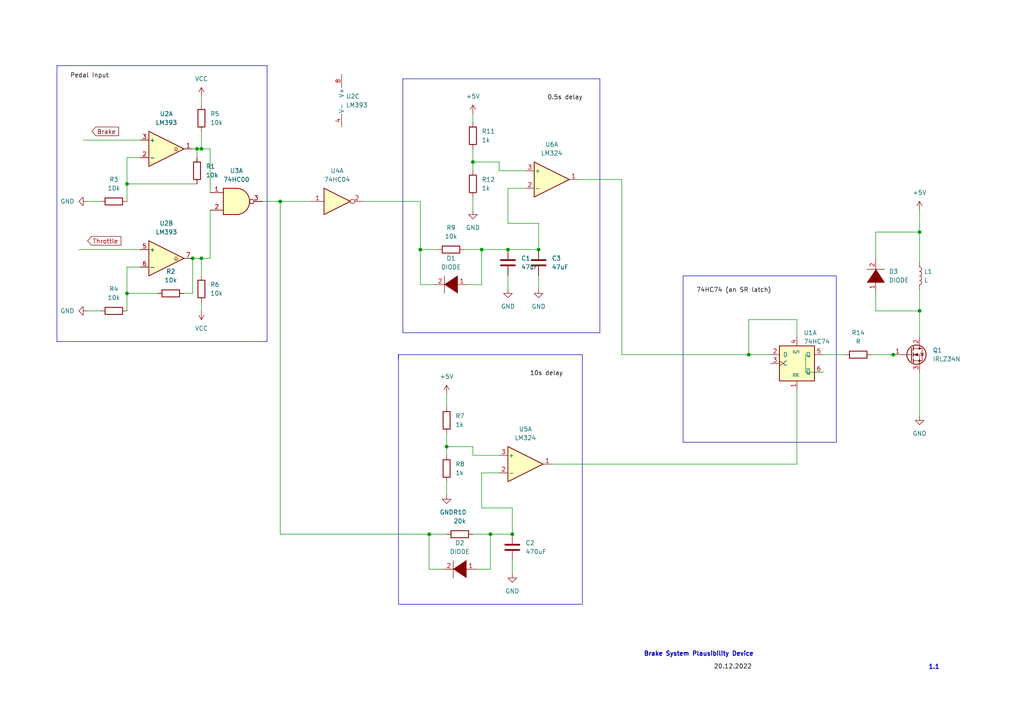
<source format=kicad_sch>
(kicad_sch (version 20230121) (generator eeschema)
  (paper "A4")
  (lib_symbols
    (symbol "74xx:74HC00" (pin_names (offset 1.016))
      (property "Reference" "U" (at 0 1.27 0))
      (property "Value" "74HC00" (at 0 -1.27 0))
      (symbol "74HC00_1_1"
        (arc (start 0 -3.81) (mid 3.7934 0) (end 0 3.81) (stroke (width 0.254)) (fill (type background)))
        (polyline (pts (xy 0 3.81) (xy -3.81 3.81) (xy -3.81 -3.81) (xy 0 -3.81)) (stroke (width 0.254)) (fill (type background)))
        (pin input line (at -7.62 2.54 0) (length 3.81) (name "~") (number "1"))
        (pin input line (at -7.62 -2.54 0) (length 3.81) (name "~") (number "2"))
        (pin output inverted (at 7.62 0 180) (length 3.81) (name "~") (number "3"))
      )
      (symbol "74HC00_1_2"
        (arc (start -3.81 -3.81) (mid -2.589 0) (end -3.81 3.81) (stroke (width 0.254)))
        (arc (start -0.6096 -3.81) (mid 2.1842 -2.5851) (end 3.81 0) (stroke (width 0.254)) (fill (type background)))
        (polyline (pts (xy -3.81 -3.81) (xy -0.635 -3.81)) (stroke (width 0.254)) (fill (type background)))
        (polyline (pts (xy -3.81 3.81) (xy -0.635 3.81)) (stroke (width 0.254)) (fill (type background)))
        (polyline (pts (xy -0.635 3.81) (xy -3.81 3.81) (xy -3.81 3.81) (xy -3.556 3.4036) (xy -3.0226 2.2606) (xy -2.6924 1.0414) (xy -2.6162 -0.254) (xy -2.7686 -1.4986) (xy -3.175 -2.7178) (xy -3.81 -3.81) (xy -3.81 -3.81) (xy -0.635 -3.81)) (stroke (width -25.4)) (fill (type background)))
        (arc (start 3.81 0) (mid 2.1915 2.5936) (end -0.6096 3.81) (stroke (width 0.254)) (fill (type background)))
        (pin input inverted (at -7.62 2.54 0) (length 4.318) (name "~") (number "1"))
        (pin input inverted (at -7.62 -2.54 0) (length 4.318) (name "~") (number "2"))
        (pin output line (at 7.62 0 180) (length 3.81) (name "~") (number "3"))
      )
      (symbol "74HC00_2_1"
        (arc (start 0 -3.81) (mid 3.7934 0) (end 0 3.81) (stroke (width 0.254)) (fill (type background)))
        (polyline (pts (xy 0 3.81) (xy -3.81 3.81) (xy -3.81 -3.81) (xy 0 -3.81)) (stroke (width 0.254)) (fill (type background)))
        (pin input line (at -7.62 2.54 0) (length 3.81) (name "~") (number "4"))
        (pin input line (at -7.62 -2.54 0) (length 3.81) (name "~") (number "5"))
        (pin output inverted (at 7.62 0 180) (length 3.81) (name "~") (number "6"))
      )
      (symbol "74HC00_2_2"
        (arc (start -3.81 -3.81) (mid -2.589 0) (end -3.81 3.81) (stroke (width 0.254)))
        (arc (start -0.6096 -3.81) (mid 2.1842 -2.5851) (end 3.81 0) (stroke (width 0.254)) (fill (type background)))
        (polyline (pts (xy -3.81 -3.81) (xy -0.635 -3.81)) (stroke (width 0.254)) (fill (type background)))
        (polyline (pts (xy -3.81 3.81) (xy -0.635 3.81)) (stroke (width 0.254)) (fill (type background)))
        (polyline (pts (xy -0.635 3.81) (xy -3.81 3.81) (xy -3.81 3.81) (xy -3.556 3.4036) (xy -3.0226 2.2606) (xy -2.6924 1.0414) (xy -2.6162 -0.254) (xy -2.7686 -1.4986) (xy -3.175 -2.7178) (xy -3.81 -3.81) (xy -3.81 -3.81) (xy -0.635 -3.81)) (stroke (width -25.4)) (fill (type background)))
        (arc (start 3.81 0) (mid 2.1915 2.5936) (end -0.6096 3.81) (stroke (width 0.254)) (fill (type background)))
        (pin input inverted (at -7.62 2.54 0) (length 4.318) (name "~") (number "4"))
        (pin input inverted (at -7.62 -2.54 0) (length 4.318) (name "~") (number "5"))
        (pin output line (at 7.62 0 180) (length 3.81) (name "~") (number "6"))
      )
      (symbol "74HC00_3_1"
        (arc (start 0 -3.81) (mid 3.7934 0) (end 0 3.81) (stroke (width 0.254)) (fill (type background)))
        (polyline (pts (xy 0 3.81) (xy -3.81 3.81) (xy -3.81 -3.81) (xy 0 -3.81)) (stroke (width 0.254)) (fill (type background)))
        (pin input line (at -7.62 -2.54 0) (length 3.81) (name "~") (number "10"))
        (pin output inverted (at 7.62 0 180) (length 3.81) (name "~") (number "8"))
        (pin input line (at -7.62 2.54 0) (length 3.81) (name "~") (number "9"))
      )
      (symbol "74HC00_3_2"
        (arc (start -3.81 -3.81) (mid -2.589 0) (end -3.81 3.81) (stroke (width 0.254)))
        (arc (start -0.6096 -3.81) (mid 2.1842 -2.5851) (end 3.81 0) (stroke (width 0.254)) (fill (type background)))
        (polyline (pts (xy -3.81 -3.81) (xy -0.635 -3.81)) (stroke (width 0.254)) (fill (type background)))
        (polyline (pts (xy -3.81 3.81) (xy -0.635 3.81)) (stroke (width 0.254)) (fill (type background)))
        (polyline (pts (xy -0.635 3.81) (xy -3.81 3.81) (xy -3.81 3.81) (xy -3.556 3.4036) (xy -3.0226 2.2606) (xy -2.6924 1.0414) (xy -2.6162 -0.254) (xy -2.7686 -1.4986) (xy -3.175 -2.7178) (xy -3.81 -3.81) (xy -3.81 -3.81) (xy -0.635 -3.81)) (stroke (width -25.4)) (fill (type background)))
        (arc (start 3.81 0) (mid 2.1915 2.5936) (end -0.6096 3.81) (stroke (width 0.254)) (fill (type background)))
        (pin input inverted (at -7.62 -2.54 0) (length 4.318) (name "~") (number "10"))
        (pin output line (at 7.62 0 180) (length 3.81) (name "~") (number "8"))
        (pin input inverted (at -7.62 2.54 0) (length 4.318) (name "~") (number "9"))
      )
      (symbol "74HC00_4_1"
        (arc (start 0 -3.81) (mid 3.7934 0) (end 0 3.81) (stroke (width 0.254)) (fill (type background)))
        (polyline (pts (xy 0 3.81) (xy -3.81 3.81) (xy -3.81 -3.81) (xy 0 -3.81)) (stroke (width 0.254)) (fill (type background)))
        (pin output inverted (at 7.62 0 180) (length 3.81) (name "~") (number "11"))
        (pin input line (at -7.62 2.54 0) (length 3.81) (name "~") (number "12"))
        (pin input line (at -7.62 -2.54 0) (length 3.81) (name "~") (number "13"))
      )
      (symbol "74HC00_4_2"
        (arc (start -3.81 -3.81) (mid -2.589 0) (end -3.81 3.81) (stroke (width 0.254)))
        (arc (start -0.6096 -3.81) (mid 2.1842 -2.5851) (end 3.81 0) (stroke (width 0.254)) (fill (type background)))
        (polyline (pts (xy -3.81 -3.81) (xy -0.635 -3.81)) (stroke (width 0.254)) (fill (type background)))
        (polyline (pts (xy -3.81 3.81) (xy -0.635 3.81)) (stroke (width 0.254)) (fill (type background)))
        (polyline (pts (xy -0.635 3.81) (xy -3.81 3.81) (xy -3.81 3.81) (xy -3.556 3.4036) (xy -3.0226 2.2606) (xy -2.6924 1.0414) (xy -2.6162 -0.254) (xy -2.7686 -1.4986) (xy -3.175 -2.7178) (xy -3.81 -3.81) (xy -3.81 -3.81) (xy -0.635 -3.81)) (stroke (width -25.4)) (fill (type background)))
        (arc (start 3.81 0) (mid 2.1915 2.5936) (end -0.6096 3.81) (stroke (width 0.254)) (fill (type background)))
        (pin output line (at 7.62 0 180) (length 3.81) (name "~") (number "11"))
        (pin input inverted (at -7.62 2.54 0) (length 4.318) (name "~") (number "12"))
        (pin input inverted (at -7.62 -2.54 0) (length 4.318) (name "~") (number "13"))
      )
      (symbol "74HC00_5_0"
        (pin power_in line (at 0 12.7 270) (length 5.08) (name "VCC") (number "14"))
        (pin power_in line (at 0 -12.7 90) (length 5.08) (name "GND") (number "7"))
      )
      (symbol "74HC00_5_1"
        (rectangle (start -5.08 7.62) (end 5.08 -7.62) (stroke (width 0.254)) (fill (type background)))
      )
    )
    (symbol "74xx:74HC04"
      (property "Reference" "U" (at 0 1.27 0))
      (property "Value" "74HC04" (at 0 -1.27 0))
      (symbol "74HC04_1_0"
        (polyline (pts (xy -3.81 3.81) (xy -3.81 -3.81) (xy 3.81 0) (xy -3.81 3.81)) (stroke (width 0.254)) (fill (type background)))
        (pin input line (at -7.62 0 0) (length 3.81) (name "~") (number "1"))
        (pin output inverted (at 7.62 0 180) (length 3.81) (name "~") (number "2"))
      )
      (symbol "74HC04_2_0"
        (polyline (pts (xy -3.81 3.81) (xy -3.81 -3.81) (xy 3.81 0) (xy -3.81 3.81)) (stroke (width 0.254)) (fill (type background)))
        (pin input line (at -7.62 0 0) (length 3.81) (name "~") (number "3"))
        (pin output inverted (at 7.62 0 180) (length 3.81) (name "~") (number "4"))
      )
      (symbol "74HC04_3_0"
        (polyline (pts (xy -3.81 3.81) (xy -3.81 -3.81) (xy 3.81 0) (xy -3.81 3.81)) (stroke (width 0.254)) (fill (type background)))
        (pin input line (at -7.62 0 0) (length 3.81) (name "~") (number "5"))
        (pin output inverted (at 7.62 0 180) (length 3.81) (name "~") (number "6"))
      )
      (symbol "74HC04_4_0"
        (polyline (pts (xy -3.81 3.81) (xy -3.81 -3.81) (xy 3.81 0) (xy -3.81 3.81)) (stroke (width 0.254)) (fill (type background)))
        (pin output inverted (at 7.62 0 180) (length 3.81) (name "~") (number "8"))
        (pin input line (at -7.62 0 0) (length 3.81) (name "~") (number "9"))
      )
      (symbol "74HC04_5_0"
        (polyline (pts (xy -3.81 3.81) (xy -3.81 -3.81) (xy 3.81 0) (xy -3.81 3.81)) (stroke (width 0.254)) (fill (type background)))
        (pin output inverted (at 7.62 0 180) (length 3.81) (name "~") (number "10"))
        (pin input line (at -7.62 0 0) (length 3.81) (name "~") (number "11"))
      )
      (symbol "74HC04_6_0"
        (polyline (pts (xy -3.81 3.81) (xy -3.81 -3.81) (xy 3.81 0) (xy -3.81 3.81)) (stroke (width 0.254)) (fill (type background)))
        (pin output inverted (at 7.62 0 180) (length 3.81) (name "~") (number "12"))
        (pin input line (at -7.62 0 0) (length 3.81) (name "~") (number "13"))
      )
      (symbol "74HC04_7_0"
        (pin power_in line (at 0 12.7 270) (length 5.08) (name "VCC") (number "14"))
        (pin power_in line (at 0 -12.7 90) (length 5.08) (name "GND") (number "7"))
      )
      (symbol "74HC04_7_1"
        (rectangle (start -5.08 7.62) (end 5.08 -7.62) (stroke (width 0.254)) (fill (type background)))
      )
    )
    (symbol "74xx:74HC74" (pin_names (offset 1.016))
      (property "Reference" "U" (at -7.62 8.89 0))
      (property "Value" "74HC74" (at -7.62 -8.89 0))
      (symbol "74HC74_1_0"
        (pin input line (at 0 -7.62 90) (length 2.54) (name "~{R}") (number "1"))
        (pin input line (at -7.62 2.54 0) (length 2.54) (name "D") (number "2"))
        (pin input clock (at -7.62 0 0) (length 2.54) (name "C") (number "3"))
        (pin input line (at 0 7.62 270) (length 2.54) (name "~{S}") (number "4"))
        (pin output line (at 7.62 2.54 180) (length 2.54) (name "Q") (number "5"))
        (pin output line (at 7.62 -2.54 180) (length 2.54) (name "~{Q}") (number "6"))
      )
      (symbol "74HC74_1_1"
        (rectangle (start -5.08 5.08) (end 5.08 -5.08) (stroke (width 0.254)) (fill (type background)))
      )
      (symbol "74HC74_2_0"
        (pin input line (at 0 7.62 270) (length 2.54) (name "~{S}") (number "10"))
        (pin input clock (at -7.62 0 0) (length 2.54) (name "C") (number "11"))
        (pin input line (at -7.62 2.54 0) (length 2.54) (name "D") (number "12"))
        (pin input line (at 0 -7.62 90) (length 2.54) (name "~{R}") (number "13"))
        (pin output line (at 7.62 -2.54 180) (length 2.54) (name "~{Q}") (number "8"))
        (pin output line (at 7.62 2.54 180) (length 2.54) (name "Q") (number "9"))
      )
      (symbol "74HC74_2_1"
        (rectangle (start -5.08 5.08) (end 5.08 -5.08) (stroke (width 0.254)) (fill (type background)))
      )
      (symbol "74HC74_3_0"
        (pin power_in line (at 0 10.16 270) (length 2.54) (name "VCC") (number "14"))
        (pin power_in line (at 0 -10.16 90) (length 2.54) (name "GND") (number "7"))
      )
      (symbol "74HC74_3_1"
        (rectangle (start -5.08 7.62) (end 5.08 -7.62) (stroke (width 0.254)) (fill (type background)))
      )
    )
    (symbol "Amplifier_Operational:LM324" (pin_names (offset 0.127))
      (property "Reference" "U" (at 0 5.08 0))
      (property "Value" "LM324" (at 0 -5.08 0))
      (symbol "LM324_1_1"
        (polyline (pts (xy -5.08 5.08) (xy 5.08 0) (xy -5.08 -5.08) (xy -5.08 5.08)) (stroke (width 0.254)) (fill (type background)))
        (pin output line (at 7.62 0 180) (length 2.54) (name "~") (number "1"))
        (pin input line (at -7.62 -2.54 0) (length 2.54) (name "-") (number "2"))
        (pin input line (at -7.62 2.54 0) (length 2.54) (name "+") (number "3"))
      )
      (symbol "LM324_2_1"
        (polyline (pts (xy -5.08 5.08) (xy 5.08 0) (xy -5.08 -5.08) (xy -5.08 5.08)) (stroke (width 0.254)) (fill (type background)))
        (pin input line (at -7.62 2.54 0) (length 2.54) (name "+") (number "5"))
        (pin input line (at -7.62 -2.54 0) (length 2.54) (name "-") (number "6"))
        (pin output line (at 7.62 0 180) (length 2.54) (name "~") (number "7"))
      )
      (symbol "LM324_3_1"
        (polyline (pts (xy -5.08 5.08) (xy 5.08 0) (xy -5.08 -5.08) (xy -5.08 5.08)) (stroke (width 0.254)) (fill (type background)))
        (pin input line (at -7.62 2.54 0) (length 2.54) (name "+") (number "10"))
        (pin output line (at 7.62 0 180) (length 2.54) (name "~") (number "8"))
        (pin input line (at -7.62 -2.54 0) (length 2.54) (name "-") (number "9"))
      )
      (symbol "LM324_4_1"
        (polyline (pts (xy -5.08 5.08) (xy 5.08 0) (xy -5.08 -5.08) (xy -5.08 5.08)) (stroke (width 0.254)) (fill (type background)))
        (pin input line (at -7.62 2.54 0) (length 2.54) (name "+") (number "12"))
        (pin input line (at -7.62 -2.54 0) (length 2.54) (name "-") (number "13"))
        (pin output line (at 7.62 0 180) (length 2.54) (name "~") (number "14"))
      )
      (symbol "LM324_5_1"
        (pin power_in line (at -2.54 -7.62 90) (length 3.81) (name "V-") (number "11"))
        (pin power_in line (at -2.54 7.62 270) (length 3.81) (name "V+") (number "4"))
      )
    )
    (symbol "Comparator:LM393" (pin_names (offset 0.127))
      (property "Reference" "U" (at 3.81 3.81 0))
      (property "Value" "LM393" (at 6.35 -3.81 0))
      (symbol "LM393_1_1"
        (polyline (pts (xy -5.08 5.08) (xy 5.08 0) (xy -5.08 -5.08) (xy -5.08 5.08)) (stroke (width 0.254)) (fill (type background)))
        (polyline (pts (xy 3.302 -0.508) (xy 2.794 -0.508) (xy 3.302 0) (xy 2.794 0.508) (xy 2.286 0) (xy 2.794 -0.508) (xy 2.286 -0.508)) (stroke (width 0.127)))
        (pin open_collector line (at 7.62 0 180) (length 2.54) (name "~") (number "1"))
        (pin input line (at -7.62 -2.54 0) (length 2.54) (name "-") (number "2"))
        (pin input line (at -7.62 2.54 0) (length 2.54) (name "+") (number "3"))
      )
      (symbol "LM393_2_1"
        (polyline (pts (xy -5.08 5.08) (xy 5.08 0) (xy -5.08 -5.08) (xy -5.08 5.08)) (stroke (width 0.254)) (fill (type background)))
        (polyline (pts (xy 3.302 -0.508) (xy 2.794 -0.508) (xy 3.302 0) (xy 2.794 0.508) (xy 2.286 0) (xy 2.794 -0.508) (xy 2.286 -0.508)) (stroke (width 0.127)))
        (pin input line (at -7.62 2.54 0) (length 2.54) (name "+") (number "5"))
        (pin input line (at -7.62 -2.54 0) (length 2.54) (name "-") (number "6"))
        (pin open_collector line (at 7.62 0 180) (length 2.54) (name "~") (number "7"))
      )
      (symbol "LM393_3_1"
        (pin power_in line (at -2.54 -7.62 90) (length 3.81) (name "V-") (number "4"))
        (pin power_in line (at -2.54 7.62 270) (length 3.81) (name "V+") (number "8"))
      )
    )
    (symbol "Device:C" (pin_numbers hide) (pin_names (offset 0.254))
      (property "Reference" "C" (at 0.635 2.54 0))
      (property "Value" "C" (at 0.635 -2.54 0))
      (symbol "C_0_1"
        (polyline (pts (xy -2.032 -0.762) (xy 2.032 -0.762)) (stroke (width 0.508)))
        (polyline (pts (xy -2.032 0.762) (xy 2.032 0.762)) (stroke (width 0.508)))
      )
      (symbol "C_1_1"
        (pin passive line (at 0 3.81 270) (length 2.794) (name "~") (number "1"))
        (pin passive line (at 0 -3.81 90) (length 2.794) (name "~") (number "2"))
      )
    )
    (symbol "Device:L" (pin_numbers hide) (pin_names (offset 1.016) hide)
      (property "Reference" "L" (at -1.27 0 90))
      (property "Value" "L" (at 1.905 0 90))
      (symbol "L_0_1"
        (arc (start 0 -2.54) (mid 0.6323 -1.905) (end 0 -1.27))
        (arc (start 0 -1.27) (mid 0.6323 -0.635) (end 0 0))
        (arc (start 0 0) (mid 0.6323 0.635) (end 0 1.27))
        (arc (start 0 1.27) (mid 0.6323 1.905) (end 0 2.54))
      )
      (symbol "L_1_1"
        (pin passive line (at 0 3.81 270) (length 1.27) (name "1") (number "1"))
        (pin passive line (at 0 -3.81 90) (length 1.27) (name "2") (number "2"))
      )
    )
    (symbol "Device:R" (pin_numbers hide) (pin_names (offset 0))
      (property "Reference" "R" (at 2.032 0 90))
      (property "Value" "R" (at 0 0 90))
      (symbol "R_0_1"
        (rectangle (start -1.016 -2.54) (end 1.016 2.54) (stroke (width 0.254)))
      )
      (symbol "R_1_1"
        (pin passive line (at 0 3.81 270) (length 1.27) (name "~") (number "1"))
        (pin passive line (at 0 -3.81 90) (length 1.27) (name "~") (number "2"))
      )
    )
    (symbol "Transistor_FET:IRLZ34N" (pin_names hide)
      (property "Reference" "Q" (at 6.35 1.905 0))
      (property "Value" "IRLZ34N" (at 6.35 0 0))
      (symbol "IRLZ34N_0_1"
        (polyline (pts (xy 0.254 0) (xy -2.54 0)))
        (polyline (pts (xy 0.254 1.905) (xy 0.254 -1.905)) (stroke (width 0.254)))
        (polyline (pts (xy 0.762 -1.27) (xy 0.762 -2.286)) (stroke (width 0.254)))
        (polyline (pts (xy 0.762 0.508) (xy 0.762 -0.508)) (stroke (width 0.254)))
        (polyline (pts (xy 0.762 2.286) (xy 0.762 1.27)) (stroke (width 0.254)))
        (polyline (pts (xy 2.54 2.54) (xy 2.54 1.778)))
        (polyline (pts (xy 2.54 -2.54) (xy 2.54 0) (xy 0.762 0)))
        (polyline (pts (xy 0.762 -1.778) (xy 3.302 -1.778) (xy 3.302 1.778) (xy 0.762 1.778)))
        (polyline (pts (xy 1.016 0) (xy 2.032 0.381) (xy 2.032 -0.381) (xy 1.016 0)) (fill (type outline)))
        (polyline (pts (xy 2.794 0.508) (xy 2.921 0.381) (xy 3.683 0.381) (xy 3.81 0.254)))
        (polyline (pts (xy 3.302 0.381) (xy 2.921 -0.254) (xy 3.683 -0.254) (xy 3.302 0.381)))
        (circle (center 1.651 0) (radius 2.794) (stroke (width 0.254)))
        (circle (center 2.54 -1.778) (radius 0.254) (fill (type outline)))
        (circle (center 2.54 1.778) (radius 0.254) (fill (type outline)))
      )
      (symbol "IRLZ34N_1_1"
        (pin input line (at -5.08 0 0) (length 2.54) (name "G") (number "1"))
        (pin passive line (at 2.54 5.08 270) (length 2.54) (name "D") (number "2"))
        (pin passive line (at 2.54 -5.08 90) (length 2.54) (name "S") (number "3"))
      )
    )
    (symbol "power:+5V" (power) (pin_names (offset 0))
      (property "Value" "+5V" (at 0 3.556 0))
      (symbol "+5V_0_1"
        (polyline (pts (xy -0.762 1.27) (xy 0 2.54)))
        (polyline (pts (xy 0 0) (xy 0 2.54)))
        (polyline (pts (xy 0 2.54) (xy 0.762 1.27)))
      )
      (symbol "+5V_1_1"
        (pin power_in line (at 0 0 90) (length 0) hide (name "+5V") (number "1"))
      )
    )
    (symbol "power:GND" (power) (pin_names (offset 0))
      (property "Value" "GND" (at 0 -3.81 0))
      (symbol "GND_0_1"
        (polyline (pts (xy 0 0) (xy 0 -1.27) (xy 1.27 -1.27) (xy 0 -2.54) (xy -1.27 -1.27) (xy 0 -1.27)))
      )
      (symbol "GND_1_1"
        (pin power_in line (at 0 0 270) (length 0) hide (name "GND") (number "1"))
      )
    )
    (symbol "power:VCC" (power) (pin_names (offset 0))
      (property "Value" "VCC" (at 0 3.81 0))
      (symbol "VCC_0_1"
        (polyline (pts (xy -0.762 1.27) (xy 0 2.54)))
        (polyline (pts (xy 0 0) (xy 0 2.54)))
        (polyline (pts (xy 0 2.54) (xy 0.762 1.27)))
      )
      (symbol "VCC_1_1"
        (pin power_in line (at 0 0 90) (length 0) hide (name "VCC") (number "1"))
      )
    )
    (symbol "pspice:DIODE" (pin_names (offset 1.016) hide)
      (property "Reference" "D" (at 0 3.81 0))
      (property "Value" "DIODE" (at 0 -4.445 0))
      (symbol "DIODE_0_1"
        (polyline (pts (xy 1.905 2.54) (xy 1.905 -2.54)))
        (polyline (pts (xy -1.905 2.54) (xy -1.905 -2.54) (xy 1.905 0)) (fill (type outline)))
      )
      (symbol "DIODE_1_1"
        (pin input line (at -5.08 0 0) (length 3.81) (name "K") (number "1"))
        (pin input line (at 5.08 0 180) (length 3.81) (name "A") (number "2"))
      )
    )
  )
  (junction (at 259.08 102.87))
  (junction (at 57.15 43.18))
  (junction (at 36.83 53.34))
  (junction (at 147.32 72.39))
  (junction (at 148.59 154.94))
  (junction (at 156.21 72.39))
  (junction (at 121.92 72.39))
  (junction (at 217.17 102.87))
  (junction (at 58.42 74.93))
  (junction (at 129.54 129.54))
  (junction (at 266.7 67.31))
  (junction (at 55.88 74.93))
  (junction (at 36.83 85.09))
  (junction (at 81.28 58.42))
  (junction (at 142.24 154.94))
  (junction (at 124.46 154.94))
  (junction (at 58.42 43.18))
  (junction (at 139.7 72.39))
  (junction (at 266.7 90.17))
  (junction (at 137.16 46.99))
  (wire (pts (xy 148.59 147.32) (xy 139.7 147.32)))
  (wire (pts (xy 266.7 67.31) (xy 266.7 76.2)))
  (wire (pts (xy 29.21 58.42) (xy 25.4 58.42)))
  (polyline (pts (xy 77.47 19.05) (xy 16.51 19.05)))
  (wire (pts (xy 180.34 102.87) (xy 217.17 102.87)))
  (wire (pts (xy 259.08 102.87) (xy 260.35 102.87)))
  (wire (pts (xy 137.16 46.99) (xy 144.78 46.99)))
  (polyline (pts (xy 168.91 102.87) (xy 115.57 102.87)))
  (wire (pts (xy 128.27 165.1) (xy 124.46 165.1)))
  (wire (pts (xy 180.34 52.07) (xy 180.34 102.87)))
  (wire (pts (xy 57.15 43.18) (xy 57.15 45.72)))
  (wire (pts (xy 160.02 134.62) (xy 231.14 134.62)))
  (wire (pts (xy 36.83 45.72) (xy 40.64 45.72)))
  (wire (pts (xy 125.73 82.55) (xy 121.92 82.55)))
  (wire (pts (xy 148.59 154.94) (xy 148.59 147.32)))
  (wire (pts (xy 58.42 74.93) (xy 58.42 80.01)))
  (polyline (pts (xy 198.12 80.01) (xy 242.57 80.01)))
  (polyline (pts (xy 115.57 102.87) (xy 115.57 175.26)))
  (polyline (pts (xy 116.84 22.86) (xy 116.84 96.52)))
  (polyline (pts (xy 198.12 128.27) (xy 198.12 80.01)))
  (wire (pts (xy 252.73 102.87) (xy 259.08 102.87)))
  (wire (pts (xy 147.32 64.77) (xy 147.32 54.61)))
  (wire (pts (xy 233.68 107.95) (xy 233.68 102.87)))
  (wire (pts (xy 217.17 102.87) (xy 223.52 102.87)))
  (polyline (pts (xy 242.57 80.01) (xy 242.57 128.27)))
  (wire (pts (xy 137.16 46.99) (xy 137.16 49.53)))
  (wire (pts (xy 137.16 43.18) (xy 137.16 46.99)))
  (polyline (pts (xy 116.84 96.52) (xy 173.99 96.52)))
  (wire (pts (xy 60.96 43.18) (xy 60.96 55.88)))
  (wire (pts (xy 24.13 40.64) (xy 40.64 40.64)))
  (polyline (pts (xy 16.51 19.05) (xy 16.51 99.06)))
  (wire (pts (xy 139.7 72.39) (xy 139.7 82.55)))
  (wire (pts (xy 124.46 165.1) (xy 124.46 154.94)))
  (wire (pts (xy 129.54 114.3) (xy 129.54 118.11)))
  (wire (pts (xy 129.54 129.54) (xy 129.54 132.08)))
  (wire (pts (xy 81.28 154.94) (xy 81.28 58.42)))
  (wire (pts (xy 238.76 102.87) (xy 245.11 102.87)))
  (wire (pts (xy 129.54 125.73) (xy 129.54 129.54)))
  (wire (pts (xy 36.83 77.47) (xy 40.64 77.47)))
  (wire (pts (xy 58.42 90.17) (xy 58.42 87.63)))
  (wire (pts (xy 139.7 137.16) (xy 144.78 137.16)))
  (wire (pts (xy 139.7 72.39) (xy 147.32 72.39)))
  (wire (pts (xy 36.83 53.34) (xy 36.83 58.42)))
  (wire (pts (xy 142.24 154.94) (xy 142.24 165.1)))
  (wire (pts (xy 60.96 60.96) (xy 60.96 74.93)))
  (wire (pts (xy 55.88 74.93) (xy 58.42 74.93)))
  (wire (pts (xy 254 85.09) (xy 254 90.17)))
  (wire (pts (xy 156.21 72.39) (xy 156.21 64.77)))
  (wire (pts (xy 105.41 58.42) (xy 121.92 58.42)))
  (polyline (pts (xy 115.57 102.87) (xy 115.57 104.14)))
  (wire (pts (xy 266.7 90.17) (xy 266.7 97.79)))
  (wire (pts (xy 29.21 90.17) (xy 25.4 90.17)))
  (wire (pts (xy 266.7 67.31) (xy 254 67.31)))
  (wire (pts (xy 156.21 80.01) (xy 156.21 83.82)))
  (wire (pts (xy 137.16 154.94) (xy 142.24 154.94)))
  (wire (pts (xy 129.54 139.7) (xy 129.54 143.51)))
  (wire (pts (xy 156.21 64.77) (xy 147.32 64.77)))
  (wire (pts (xy 231.14 92.71) (xy 217.17 92.71)))
  (polyline (pts (xy 115.57 175.26) (xy 168.91 175.26)))
  (wire (pts (xy 139.7 82.55) (xy 135.89 82.55)))
  (wire (pts (xy 121.92 58.42) (xy 121.92 72.39)))
  (wire (pts (xy 53.34 85.09) (xy 55.88 85.09)))
  (wire (pts (xy 137.16 33.02) (xy 137.16 35.56)))
  (wire (pts (xy 124.46 154.94) (xy 129.54 154.94)))
  (polyline (pts (xy 242.57 128.27) (xy 198.12 128.27)))
  (wire (pts (xy 139.7 147.32) (xy 139.7 137.16)))
  (polyline (pts (xy 173.99 22.86) (xy 116.84 22.86)))
  (wire (pts (xy 58.42 38.1) (xy 58.42 43.18)))
  (wire (pts (xy 144.78 46.99) (xy 144.78 49.53)))
  (wire (pts (xy 147.32 54.61) (xy 152.4 54.61)))
  (wire (pts (xy 57.15 53.34) (xy 36.83 53.34)))
  (wire (pts (xy 231.14 97.79) (xy 231.14 92.71)))
  (wire (pts (xy 137.16 57.15) (xy 137.16 60.96)))
  (wire (pts (xy 58.42 27.94) (xy 58.42 30.48)))
  (wire (pts (xy 129.54 129.54) (xy 137.16 129.54)))
  (wire (pts (xy 144.78 49.53) (xy 152.4 49.53)))
  (wire (pts (xy 81.28 154.94) (xy 124.46 154.94)))
  (wire (pts (xy 148.59 162.56) (xy 148.59 166.37)))
  (wire (pts (xy 137.16 132.08) (xy 144.78 132.08)))
  (wire (pts (xy 147.32 72.39) (xy 156.21 72.39)))
  (wire (pts (xy 121.92 82.55) (xy 121.92 72.39)))
  (wire (pts (xy 217.17 92.71) (xy 217.17 102.87)))
  (wire (pts (xy 180.34 52.07) (xy 167.64 52.07)))
  (wire (pts (xy 22.86 72.39) (xy 40.64 72.39)))
  (wire (pts (xy 254 90.17) (xy 266.7 90.17)))
  (polyline (pts (xy 173.99 96.52) (xy 173.99 22.86)))
  (wire (pts (xy 36.83 53.34) (xy 36.83 45.72)))
  (wire (pts (xy 147.32 80.01) (xy 147.32 83.82)))
  (wire (pts (xy 266.7 107.95) (xy 266.7 120.65)))
  (wire (pts (xy 254 67.31) (xy 254 74.93)))
  (wire (pts (xy 266.7 83.82) (xy 266.7 90.17)))
  (wire (pts (xy 55.88 43.18) (xy 57.15 43.18)))
  (wire (pts (xy 266.7 60.96) (xy 266.7 67.31)))
  (polyline (pts (xy 77.47 99.06) (xy 77.47 19.05)))
  (wire (pts (xy 57.15 43.18) (xy 58.42 43.18)))
  (wire (pts (xy 55.88 85.09) (xy 55.88 74.93)))
  (wire (pts (xy 231.14 134.62) (xy 231.14 113.03)))
  (wire (pts (xy 134.62 72.39) (xy 139.7 72.39)))
  (wire (pts (xy 238.76 107.95) (xy 233.68 107.95)))
  (wire (pts (xy 58.42 74.93) (xy 60.96 74.93)))
  (wire (pts (xy 142.24 165.1) (xy 138.43 165.1)))
  (wire (pts (xy 81.28 58.42) (xy 90.17 58.42)))
  (wire (pts (xy 142.24 154.94) (xy 148.59 154.94)))
  (wire (pts (xy 36.83 85.09) (xy 36.83 77.47)))
  (wire (pts (xy 137.16 129.54) (xy 137.16 132.08)))
  (wire (pts (xy 36.83 85.09) (xy 36.83 90.17)))
  (wire (pts (xy 45.72 85.09) (xy 36.83 85.09)))
  (wire (pts (xy 76.2 58.42) (xy 81.28 58.42)))
  (wire (pts (xy 58.42 43.18) (xy 60.96 43.18)))
  (wire (pts (xy 121.92 72.39) (xy 127 72.39)))
  (polyline (pts (xy 168.91 175.26) (xy 168.91 102.87)))
  (polyline (pts (xy 16.51 99.06) (xy 77.47 99.06)))
  (text "Brake System Plausibility Device" (at 186.69 190.5 0) (effects (font (size 1.27 1.27) (thickness 0.254) bold) (justify left bottom)))
  (text "1.1" (at 269.24 194.31 0) (effects (font (size 1.27 1.27) bold) (justify left bottom)))
  (label "74HC74 (an SR latch)" (at 201.93 85.09 0))
  (label "0.5s delay" (at 158.75 29.21 0))
  (label "Pedal Input" (at 20.32 22.86 0))
  (label "10s delay" (at 153.67 109.22 0))
  (label "20.12.2022" (at 207.01 194.31 0))
  (global_label "Brake" (shape input) (at 26.67 38.1 0) (property "Intersheetrefs" "${INTERSHEET_REFS}" (effects hide)))
  (global_label "Throttle" (shape input) (at 25.4 69.85 0) (property "Intersheetrefs" "${INTERSHEET_REFS}" (effects hide)))
  (symbol (lib_id "Device:R") (at 33.02 90.17 270) (unit 1)
    (property "Reference" "R4" (at 33.02 83.82 90))
    (property "Value" "10k" (at 33.02 86.36 90))
    (property "Footprint" "Resistor_SMD:R_0201_0603Metric" (effects hide))
  )
  (symbol (lib_id "power:GND") (at 266.7 120.65 0) (unit 1)
    (property "Reference" "#PWR0115" (effects hide))
    (property "Value" "GND" (at 266.7 125.73 0))
  )
  (symbol (lib_id "Device:R") (at 129.54 121.92 0) (unit 1)
    (property "Reference" "R7" (at 132.08 120.6499 0) (effects (justify left)))
    (property "Value" "1k" (at 132.08 123.1899 0) (effects (justify left)))
    (property "Footprint" "Resistor_SMD:R_0201_0603Metric" (effects hide))
  )
  (symbol (lib_id "power:GND") (at 25.4 90.17 270) (unit 1)
    (property "Reference" "#PWR0106" (effects hide))
    (property "Value" "GND" (at 21.59 90.1699 90) (effects (justify right)))
  )
  (symbol (lib_id "Transistor_FET:IRLZ34N") (at 264.16 102.87 0) (unit 1)
    (property "Reference" "Q1" (at 270.51 101.5999 0) (effects (justify left)))
    (property "Value" "IRLZ34N" (at 270.51 104.1399 0) (effects (justify left)))
    (property "Footprint" "Resistor_SMD:R_0201_0603Metric" (effects hide))
    (property "Datasheet" "http://www.infineon.com/dgdl/irlz34npbf.pdf?fileId=5546d462533600a40153567206892720" (effects hide))
  )
  (symbol (lib_id "power:VCC") (at 58.42 27.94 0) (unit 1)
    (property "Reference" "#PWR0104" (effects hide))
    (property "Value" "VCC" (at 58.42 22.86 0))
  )
  (symbol (lib_id "74xx:74HC00") (at 68.58 58.42 0) (unit 1)
    (property "Reference" "U3" (at 68.58 49.53 0))
    (property "Value" "74HC00" (at 68.58 52.07 0))
    (property "Footprint" "Package_DIP:DIP-14_W7.62mm" (effects hide))
    (property "Datasheet" "http://www.ti.com/lit/gpn/sn74hc00" (effects hide))
  )
  (symbol (lib_id "power:+5V") (at 137.16 33.02 0) (unit 1)
    (property "Reference" "#PWR0112" (effects hide))
    (property "Value" "+5V" (at 137.16 27.94 0))
  )
  (symbol (lib_id "Device:C") (at 156.21 76.2 0) (unit 1)
    (property "Reference" "C3" (at 160.02 74.9299 0) (effects (justify left)))
    (property "Value" "47uF" (at 160.02 77.4699 0) (effects (justify left)))
    (property "Footprint" "Capacitor_SMD:C_0201_0603Metric" (effects hide))
  )
  (symbol (lib_id "Device:R") (at 137.16 53.34 0) (unit 1)
    (property "Reference" "R12" (at 139.7 52.0699 0) (effects (justify left)))
    (property "Value" "1k" (at 139.7 54.6099 0) (effects (justify left)))
    (property "Footprint" "Resistor_SMD:R_0201_0603Metric" (effects hide))
  )
  (symbol (lib_id "Comparator:LM393") (at 101.6 29.21 0) (unit 3)
    (property "Reference" "U2" (at 100.33 27.9399 0) (effects (justify left)))
    (property "Value" "LM393" (at 100.33 30.4799 0) (effects (justify left)))
    (property "Footprint" "Package_DIP:DIP-8-16_W7.62mm" (effects hide))
    (property "Datasheet" "http://www.ti.com/lit/ds/symlink/lm393.pdf" (effects hide))
  )
  (symbol (lib_id "pspice:DIODE") (at 254 80.01 90) (unit 1)
    (property "Reference" "D3" (at 257.81 78.7399 90) (effects (justify right)))
    (property "Value" "DIODE" (at 257.81 81.2799 90) (effects (justify right)))
    (property "Footprint" "Resistor_SMD:R_0201_0603Metric" (effects hide))
  )
  (symbol (lib_id "power:GND") (at 129.54 143.51 0) (unit 1)
    (property "Reference" "#PWR0108" (effects hide))
    (property "Value" "GND" (at 129.54 148.59 0))
  )
  (symbol (lib_id "Device:C") (at 148.59 158.75 0) (unit 1)
    (property "Reference" "C2" (at 152.4 157.4799 0) (effects (justify left)))
    (property "Value" "470uF" (at 152.4 160.0199 0) (effects (justify left)))
    (property "Footprint" "Capacitor_SMD:C_0201_0603Metric" (effects hide))
  )
  (symbol (lib_id "Device:R") (at 129.54 135.89 0) (unit 1)
    (property "Reference" "R8" (at 132.08 134.6199 0) (effects (justify left)))
    (property "Value" "1k" (at 132.08 137.1599 0) (effects (justify left)))
    (property "Footprint" "Resistor_SMD:R_0201_0603Metric" (effects hide))
  )
  (symbol (lib_id "Device:R") (at 137.16 39.37 0) (unit 1)
    (property "Reference" "R11" (at 139.7 38.0999 0) (effects (justify left)))
    (property "Value" "1k" (at 139.7 40.6399 0) (effects (justify left)))
    (property "Footprint" "Resistor_SMD:R_0201_0603Metric" (effects hide))
  )
  (symbol (lib_id "Device:C") (at 147.32 76.2 0) (unit 1)
    (property "Reference" "C1" (at 151.13 74.9299 0) (effects (justify left)))
    (property "Value" "47uF" (at 151.13 77.4699 0) (effects (justify left)))
    (property "Footprint" "Capacitor_SMD:C_0201_0603Metric" (effects hide))
  )
  (symbol (lib_id "Device:L") (at 266.7 80.01 0) (unit 1)
    (property "Reference" "L1" (at 267.97 78.7399 0) (effects (justify left)))
    (property "Value" "L" (at 267.97 81.2799 0) (effects (justify left)))
    (property "Footprint" "Resistor_SMD:R_0201_0603Metric" (effects hide))
  )
  (symbol (lib_id "pspice:DIODE") (at 133.35 165.1 180) (unit 1)
    (property "Reference" "D2" (at 133.35 157.48 0))
    (property "Value" "DIODE" (at 133.35 160.02 0))
    (property "Footprint" "Diode_SMD:D_MELF" (effects hide))
  )
  (symbol (lib_id "power:GND") (at 137.16 60.96 0) (unit 1)
    (property "Reference" "#PWR0113" (effects hide))
    (property "Value" "GND" (at 137.16 66.04 0))
  )
  (symbol (lib_id "Device:R") (at 133.35 154.94 90) (unit 1)
    (property "Reference" "R10" (at 133.35 148.59 90))
    (property "Value" "20k" (at 133.35 151.13 90))
    (property "Footprint" "Resistor_SMD:R_0201_0603Metric" (effects hide))
  )
  (symbol (lib_id "74xx:74HC04") (at 97.79 58.42 0) (unit 1)
    (property "Reference" "U4" (at 97.79 49.53 0))
    (property "Value" "74HC04" (at 97.79 52.07 0))
    (property "Footprint" "Package_DIP:DIP-14_W7.62mm" (effects hide))
    (property "Datasheet" "https://assets.nexperia.com/documents/data-sheet/74HC_HCT04.pdf" (effects hide))
  )
  (symbol (lib_id "Device:R") (at 130.81 72.39 90) (unit 1)
    (property "Reference" "R9" (at 130.81 66.04 90))
    (property "Value" "10k" (at 130.81 68.58 90))
    (property "Footprint" "Resistor_SMD:R_0201_0603Metric" (effects hide))
  )
  (symbol (lib_id "power:VCC") (at 58.42 90.17 180) (unit 1)
    (property "Reference" "#PWR0105" (effects hide))
    (property "Value" "VCC" (at 58.42 95.25 0))
  )
  (symbol (lib_id "Device:R") (at 33.02 58.42 270) (unit 1)
    (property "Reference" "R3" (at 33.02 52.07 90))
    (property "Value" "10k" (at 33.02 54.61 90))
    (property "Footprint" "Resistor_SMD:R_0201_0603Metric" (effects hide))
  )
  (symbol (lib_id "power:GND") (at 156.21 83.82 0) (unit 1)
    (property "Reference" "#PWR0110" (effects hide))
    (property "Value" "GND" (at 156.21 88.9 0))
  )
  (symbol (lib_id "pspice:DIODE") (at 130.81 82.55 180) (unit 1)
    (property "Reference" "D1" (at 130.81 74.93 0))
    (property "Value" "DIODE" (at 130.81 77.47 0))
    (property "Footprint" "Diode_SMD:D_MELF" (effects hide))
  )
  (symbol (lib_id "74xx:74HC74") (at 231.14 105.41 0) (unit 1)
    (property "Reference" "U1" (at 233.0959 96.52 0) (effects (justify left)))
    (property "Value" "74HC74" (at 233.0959 99.06 0) (effects (justify left)))
    (property "Footprint" "Package_DIP:DIP-14_W7.62mm" (effects hide))
    (property "Datasheet" "74xx/74hc_hct74.pdf" (effects hide))
  )
  (symbol (lib_id "power:GND") (at 148.59 166.37 0) (unit 1)
    (property "Reference" "#PWR0114" (effects hide))
    (property "Value" "GND" (at 148.59 171.45 0))
  )
  (symbol (lib_id "Amplifier_Operational:LM324") (at 160.02 52.07 0) (unit 1)
    (property "Reference" "U6" (at 160.02 41.91 0))
    (property "Value" "LM324" (at 160.02 44.45 0))
    (property "Footprint" "Package_DIP:DIP-14_W7.62mm" (effects hide))
    (property "Datasheet" "http://www.ti.com/lit/ds/symlink/lm2902-n.pdf" (effects hide))
  )
  (symbol (lib_id "Comparator:LM393") (at 48.26 74.93 0) (unit 2)
    (property "Reference" "U2" (at 48.26 64.77 0))
    (property "Value" "LM393" (at 48.26 67.31 0))
    (property "Footprint" "Package_DIP:DIP-8-16_W7.62mm" (effects hide))
    (property "Datasheet" "http://www.ti.com/lit/ds/symlink/lm393.pdf" (effects hide))
  )
  (symbol (lib_id "Device:R") (at 49.53 85.09 270) (unit 1)
    (property "Reference" "R2" (at 49.53 78.74 90))
    (property "Value" "10k" (at 49.53 81.28 90))
    (property "Footprint" "Resistor_SMD:R_0201_0603Metric" (effects hide))
  )
  (symbol (lib_id "power:GND") (at 147.32 83.82 0) (unit 1)
    (property "Reference" "#PWR0111" (effects hide))
    (property "Value" "GND" (at 147.32 88.9 0))
  )
  (symbol (lib_id "power:+5V") (at 129.54 114.3 0) (unit 1)
    (property "Reference" "#PWR0109" (effects hide))
    (property "Value" "+5V" (at 129.54 109.22 0))
  )
  (symbol (lib_id "Device:R") (at 248.92 102.87 90) (unit 1)
    (property "Reference" "R14" (at 248.92 96.52 90))
    (property "Value" "R" (at 248.92 99.06 90))
    (property "Footprint" "Resistor_SMD:R_0201_0603Metric" (effects hide))
  )
  (symbol (lib_id "power:GND") (at 25.4 58.42 270) (unit 1)
    (property "Reference" "#PWR0107" (effects hide))
    (property "Value" "GND" (at 21.59 58.4199 90) (effects (justify right)))
  )
  (symbol (lib_id "Comparator:LM393") (at 48.26 43.18 0) (unit 1)
    (property "Reference" "U2" (at 48.26 33.02 0))
    (property "Value" "LM393" (at 48.26 35.56 0))
    (property "Footprint" "Package_DIP:DIP-8-16_W7.62mm" (effects hide))
    (property "Datasheet" "http://www.ti.com/lit/ds/symlink/lm393.pdf" (effects hide))
  )
  (symbol (lib_id "Device:R") (at 57.15 49.53 180) (unit 1)
    (property "Reference" "R1" (at 59.69 48.2599 0) (effects (justify right)))
    (property "Value" "10k" (at 59.69 50.7999 0) (effects (justify right)))
    (property "Footprint" "Resistor_SMD:R_0201_0603Metric" (effects hide))
  )
  (symbol (lib_id "power:+5V") (at 266.7 60.96 0) (unit 1)
    (property "Reference" "#PWR0103" (effects hide))
    (property "Value" "+5V" (at 266.7 55.88 0))
  )
  (symbol (lib_id "Amplifier_Operational:LM324") (at 152.4 134.62 0) (unit 1)
    (property "Reference" "U5" (at 152.4 124.46 0))
    (property "Value" "LM324" (at 152.4 127 0))
    (property "Footprint" "Package_DIP:DIP-14_W7.62mm" (effects hide))
    (property "Datasheet" "http://www.ti.com/lit/ds/symlink/lm2902-n.pdf" (effects hide))
  )
  (symbol (lib_id "Device:R") (at 58.42 34.29 0) (unit 1)
    (property "Reference" "R5" (at 60.96 33.0199 0) (effects (justify left)))
    (property "Value" "10k" (at 60.96 35.5599 0) (effects (justify left)))
    (property "Footprint" "Resistor_SMD:R_0201_0603Metric" (effects hide))
  )
  (symbol (lib_id "Device:R") (at 58.42 83.82 180) (unit 1)
    (property "Reference" "R6" (at 60.96 82.5499 0) (effects (justify right)))
    (property "Value" "10k" (at 60.96 85.0899 0) (effects (justify right)))
    (property "Footprint" "Resistor_SMD:R_0201_0603Metric" (effects hide))
  )
)
</source>
